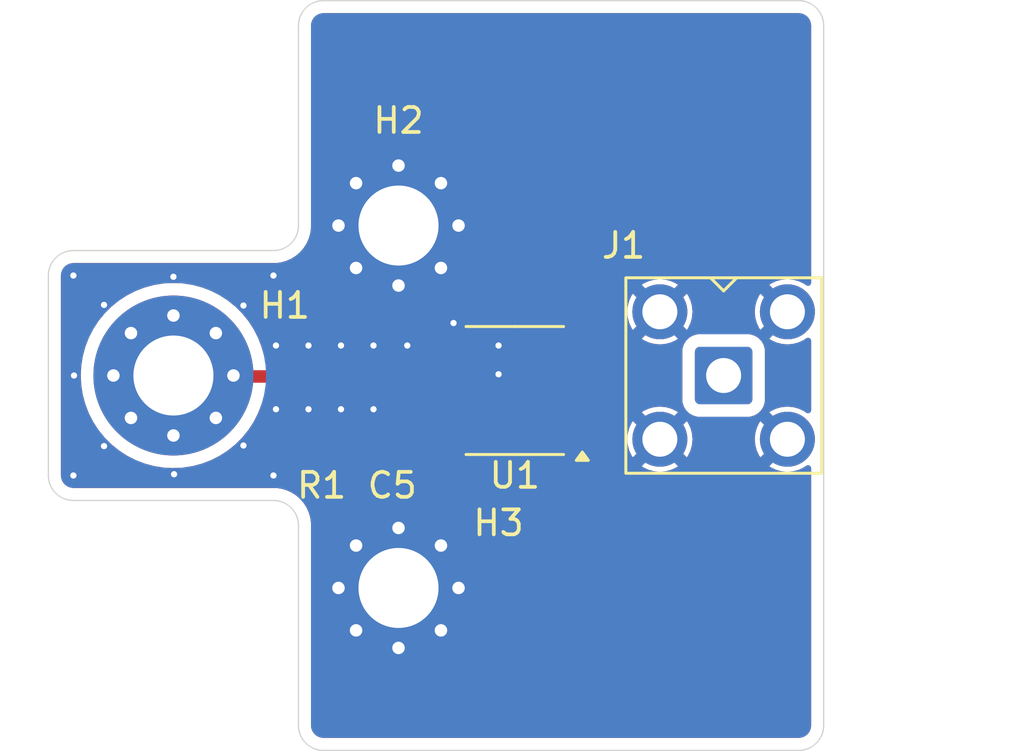
<source format=kicad_pcb>
(kicad_pcb (version 20240108) (generator "pcbnew") (generator_version "8.0")
  (layers (0 "F.Cu" signal) (31 "B.Cu" signal) (34 "B.Paste" user) (35 "F.Paste" user) (36 "B.SilkS" user "B.Silkscreen") (37 "F.SilkS" user "F.Silkscreen") (38 "B.Mask" user) (39 "F.Mask" user) (44 "Edge.Cuts" user))
  (net 0 "")
  (net 1 "Net-(C5-Pad2)")
  (net 2 "GND")
  (net 4 "Net-(U1C-V+)")
  (net 5 "Net-(U1C-V-)")
  (net 9 "/IN")
  (footprint "Connector_Coaxial:SMA_BAT_Wireless_BWSMA-KWE-Z001" (layer "F.Cu") (at 157 104 -90)
    (property "Reference" "J1" (at -5.2 4 0) (layer "F.SilkS"))
    (property "Value" "Conn_Coaxial")
    (fp_line (start -3.885 0.5) (end -3.385 0) (stroke (width 0.12)) (layer "F.SilkS"))
    (fp_line (start -3.385 0) (end -3.885 -0.5) (stroke (width 0.12)) (layer "F.SilkS"))
    (fp_rect (start -3.91 -3.91) (end 3.91 3.91) (stroke (width 0.12)) (fill none) (layer "F.SilkS"))
    (pad "1" thru_hole roundrect (at 0 0 270) (size 2.3 2.3) (drill 1.4) (layers "*.Cu" "*.Mask") (roundrect_rratio 0.087))
    (pad "2" thru_hole circle (at -2.55 -2.55 270) (size 2.2 2.2) (drill 1.4) (layers "*.Cu" "*.Mask") (net 2 "GND"))
    (pad "2" thru_hole circle (at -2.55 2.55 270) (size 2.2 2.2) (drill 1.4) (layers "*.Cu" "*.Mask") (net 2 "GND"))
    (pad "2" thru_hole circle (at 2.55 -2.55 270) (size 2.2 2.2) (drill 1.4) (layers "*.Cu" "*.Mask") (net 2 "GND"))
    (pad "2" thru_hole circle (at 2.55 2.55 270) (size 2.2 2.2) (drill 1.4) (layers "*.Cu" "*.Mask") (net 2 "GND"))
  )
  (footprint "Resistor_SMD:R_1206_3216Metric" (layer "F.Cu") (at 140.35 105.5 -90)
    (property "Reference" "R1" (at 2.9 -0.575 180) (layer "F.SilkS"))
    (property "Value" "1M")
    (pad "1" smd roundrect (at -1.4625 0 270) (size 1.125 1.75) (layers "F.Cu" "F.Paste" "F.Mask") (roundrect_rratio 0.222222) (net 9 "/IN") (clearance 0.2))
    (pad "2" smd roundrect (at 1.4625 0 270) (size 1.125 1.75) (layers "F.Cu" "F.Paste" "F.Mask") (roundrect_rratio 0.222222) (net 1 "Net-(C5-Pad2)") (clearance 0.2))
  )
  (footprint "MountingHole:MountingHole_3.2mm_M3_Pad_Via" (layer "F.Cu") (at 144 98)
    (property "Reference" "H2" (at 0 -4.2 0) (layer "F.SilkS"))
    (property "Value" "MountingHole_Pad")
    (pad "1" thru_hole circle (at -2.4 0) (size 0.8 0.8) (drill 0.5) (layers "*.Cu" "*.Mask") (net 2 "GND"))
    (pad "1" thru_hole circle (at -1.697056 -1.697056) (size 0.8 0.8) (drill 0.5) (layers "*.Cu" "*.Mask") (net 2 "GND"))
    (pad "1" thru_hole circle (at -1.697056 1.697056) (size 0.8 0.8) (drill 0.5) (layers "*.Cu" "*.Mask") (net 2 "GND"))
    (pad "1" thru_hole circle (at 0 -2.4) (size 0.8 0.8) (drill 0.5) (layers "*.Cu" "*.Mask") (net 2 "GND"))
    (pad "1" thru_hole circle (at 0 0) (size 6.4 6.4) (drill 3.2) (layers "*.Cu" "*.Mask") (net 2 "GND"))
    (pad "1" thru_hole circle (at 0 2.4) (size 0.8 0.8) (drill 0.5) (layers "*.Cu" "*.Mask") (net 2 "GND"))
    (pad "1" thru_hole circle (at 1.697056 -1.697056) (size 0.8 0.8) (drill 0.5) (layers "*.Cu" "*.Mask") (net 2 "GND"))
    (pad "1" thru_hole circle (at 1.697056 1.697056) (size 0.8 0.8) (drill 0.5) (layers "*.Cu" "*.Mask") (net 2 "GND"))
    (pad "1" thru_hole circle (at 2.4 0) (size 0.8 0.8) (drill 0.5) (layers "*.Cu" "*.Mask") (net 2 "GND"))
  )
  (footprint "MountingHole:MountingHole_3.2mm_M3_Pad_Via" (layer "F.Cu") (at 135 104)
    (property "Reference" "H1" (at 4.45 -2.8 0) (layer "F.SilkS"))
    (property "Value" "MountingHole_Pad")
    (pad "1" thru_hole circle (at -2.4 0) (size 0.8 0.8) (drill 0.5) (layers "*.Cu" "*.Mask") (net 9 "/IN"))
    (pad "1" thru_hole circle (at -1.697056 -1.697056) (size 0.8 0.8) (drill 0.5) (layers "*.Cu" "*.Mask") (net 9 "/IN"))
    (pad "1" thru_hole circle (at -1.697056 1.697056) (size 0.8 0.8) (drill 0.5) (layers "*.Cu" "*.Mask") (net 9 "/IN"))
    (pad "1" thru_hole circle (at 0 -2.4) (size 0.8 0.8) (drill 0.5) (layers "*.Cu" "*.Mask") (net 9 "/IN"))
    (pad "1" thru_hole circle (at 0 0) (size 6.4 6.4) (drill 3.2) (layers "*.Cu" "*.Mask") (net 9 "/IN"))
    (pad "1" thru_hole circle (at 0 2.4) (size 0.8 0.8) (drill 0.5) (layers "*.Cu" "*.Mask") (net 9 "/IN"))
    (pad "1" thru_hole circle (at 1.697056 -1.697056) (size 0.8 0.8) (drill 0.5) (layers "*.Cu" "*.Mask") (net 9 "/IN"))
    (pad "1" thru_hole circle (at 1.697056 1.697056) (size 0.8 0.8) (drill 0.5) (layers "*.Cu" "*.Mask") (net 9 "/IN"))
    (pad "1" thru_hole circle (at 2.4 0) (size 0.8 0.8) (drill 0.5) (layers "*.Cu" "*.Mask") (net 9 "/IN"))
  )
  (footprint "MountingHole:MountingHole_3.2mm_M3_Pad_Via" (layer "F.Cu") (at 144 112.5)
    (property "Reference" "H3" (at 4 -2.6 0) (layer "F.SilkS"))
    (property "Value" "MountingHole_Pad")
    (pad "1" thru_hole circle (at -2.4 0) (size 0.8 0.8) (drill 0.5) (layers "*.Cu" "*.Mask") (net 2 "GND"))
    (pad "1" thru_hole circle (at -1.697056 -1.697056) (size 0.8 0.8) (drill 0.5) (layers "*.Cu" "*.Mask") (net 2 "GND"))
    (pad "1" thru_hole circle (at -1.697056 1.697056) (size 0.8 0.8) (drill 0.5) (layers "*.Cu" "*.Mask") (net 2 "GND"))
    (pad "1" thru_hole circle (at 0 -2.4) (size 0.8 0.8) (drill 0.5) (layers "*.Cu" "*.Mask") (net 2 "GND"))
    (pad "1" thru_hole circle (at 0 0) (size 6.4 6.4) (drill 3.2) (layers "*.Cu" "*.Mask") (net 2 "GND"))
    (pad "1" thru_hole circle (at 0 2.4) (size 0.8 0.8) (drill 0.5) (layers "*.Cu" "*.Mask") (net 2 "GND"))
    (pad "1" thru_hole circle (at 1.697056 -1.697056) (size 0.8 0.8) (drill 0.5) (layers "*.Cu" "*.Mask") (net 2 "GND"))
    (pad "1" thru_hole circle (at 1.697056 1.697056) (size 0.8 0.8) (drill 0.5) (layers "*.Cu" "*.Mask") (net 2 "GND"))
    (pad "1" thru_hole circle (at 2.4 0) (size 0.8 0.8) (drill 0.5) (layers "*.Cu" "*.Mask") (net 2 "GND"))
  )
  (footprint "Package_SO:SOIC-8_3.9x4.9mm_P1.27mm" (layer "F.Cu") (at 148.65 104.6 180)
    (property "Reference" "U1" (at 0 -3.4 0) (layer "F.SilkS"))
    (property "Value" "AD8552ARZ")
    (fp_line (start 0 2.56) (end 1.95 2.56) (stroke (width 0.12)) (layer "F.SilkS"))
    (fp_line (start 0 2.56) (end -1.95 2.56) (stroke (width 0.12)) (layer "F.SilkS"))
    (fp_line (start 0 -2.56) (end 1.95 -2.56) (stroke (width 0.12)) (layer "F.SilkS"))
    (fp_line (start 0 -2.56) (end -1.95 -2.56) (stroke (width 0.12)) (layer "F.SilkS"))
    (fp_poly (pts (xy -2.7 -2.465) (xy -2.94 -2.795) (xy -2.46 -2.795) (xy -2.7 -2.465)) (stroke (width 0.12)) (fill solid) (layer "F.SilkS"))
    (pad "1" smd roundrect (at -2.475 -1.905 180) (size 1.95 0.6) (layers "F.Cu" "F.Paste" "F.Mask"))
    (pad "2" smd roundrect (at -2.475 -0.635 180) (size 1.95 0.6) (layers "F.Cu" "F.Paste" "F.Mask"))
    (pad "3" smd roundrect (at -2.475 0.635 180) (size 1.95 0.6) (layers "F.Cu" "F.Paste" "F.Mask"))
    (pad "4" smd roundrect (at -2.475 1.905 180) (size 1.95 0.6) (layers "F.Cu" "F.Paste" "F.Mask") (net 5 "Net-(U1C-V-)"))
    (pad "5" smd roundrect (at 2.475 1.905 180) (size 1.95 0.6) (layers "F.Cu" "F.Paste" "F.Mask") (net 2 "GND") (thermal_bridge_width 0.6) (thermal_gap 0.2))
    (pad "6" smd roundrect (at 2.475 0.635 180) (size 1.95 0.6) (layers "F.Cu" "F.Paste" "F.Mask") (net 9 "/IN"))
    (pad "7" smd roundrect (at 2.475 -0.635 180) (size 1.95 0.6) (layers "F.Cu" "F.Paste" "F.Mask") (net 1 "Net-(C5-Pad2)") (thermal_gap 0.1))
    (pad "8" smd roundrect (at 2.475 -1.905 180) (size 1.95 0.6) (layers "F.Cu" "F.Paste" "F.Mask") (net 4 "Net-(U1C-V+)"))
  )
  (footprint "Capacitor_SMD:C_1206_3216Metric" (layer "F.Cu") (at 143.05 105.5 -90)
    (property "Reference" "C5" (at 2.9 -0.7 180) (layer "F.SilkS"))
    (property "Value" "160p")
    (pad "1" smd roundrect (at -1.475 0 270) (size 1.15 1.8) (layers "F.Cu" "F.Paste" "F.Mask") (roundrect_rratio 0.217391) (net 9 "/IN") (clearance 0.2))
    (pad "2" smd roundrect (at 1.475 0 270) (size 1.15 1.8) (layers "F.Cu" "F.Paste" "F.Mask") (roundrect_rratio 0.217391) (net 1 "Net-(C5-Pad2)") (clearance 0.2))
  )
  (gr_arc (start 131 109) (mid 130.292893 108.707107) (end 130 108) (stroke (width 0.05)) (layer "Edge.Cuts"))
  (gr_arc (start 138.999999 109.000001) (mid 139.707106 109.292894) (end 139.999999 110.000001) (stroke (width 0.05)) (layer "Edge.Cuts"))
  (gr_line (start 141.000001 118.999999) (end 160 119) (stroke (width 0.05)) (layer "Edge.Cuts"))
  (gr_line (start 130 100) (end 130 108) (stroke (width 0.05)) (layer "Edge.Cuts"))
  (gr_arc (start 140.000001 90.000001) (mid 140.292894 89.292894) (end 141.000001 89.000001) (stroke (width 0.05)) (layer "Edge.Cuts"))
  (gr_line (start 139 109) (end 131 109) (stroke (width 0.05)) (layer "Edge.Cuts"))
  (gr_arc (start 160 89) (mid 160.707107 89.292893) (end 161 90) (stroke (width 0.05)) (layer "Edge.Cuts"))
  (gr_line (start 140 98) (end 140 90) (stroke (width 0.05)) (layer "Edge.Cuts"))
  (gr_arc (start 141.000001 118.999999) (mid 140.292894 118.707106) (end 140.000001 117.999999) (stroke (width 0.05)) (layer "Edge.Cuts"))
  (gr_line (start 139 99) (end 131 99) (stroke (width 0.05)) (layer "Edge.Cuts"))
  (gr_arc (start 161 118) (mid 160.707107 118.707107) (end 160 119) (stroke (width 0.05)) (layer "Edge.Cuts"))
  (gr_line (start 160 89) (end 141.000001 89.000001) (stroke (width 0.05)) (layer "Edge.Cuts"))
  (gr_line (start 139.999999 110.000001) (end 139.999999 118.000001) (stroke (width 0.05)) (layer "Edge.Cuts"))
  (gr_arc (start 140 98) (mid 139.707107 98.707107) (end 139 99) (stroke (width 0.05)) (layer "Edge.Cuts"))
  (gr_arc (start 130 100) (mid 130.292893 99.292893) (end 131 99) (stroke (width 0.05)) (layer "Edge.Cuts"))
  (gr_line (start 161 118) (end 161 90) (stroke (width 0.05)) (layer "Edge.Cuts"))
  (segment (start 146.175 105.235) (end 145.065 105.235) (width 0.3) (layer "F.Cu") (net 1))
  (segment (start 140.35 106.9625) (end 143.0375 106.9625) (width 0.5) (layer "F.Cu") (net 1))
  (segment (start 144.5 106.6) (end 144.125 106.975) (width 0.3) (layer "F.Cu") (net 1))
  (segment (start 144.125 106.975) (end 143.05 106.975) (width 0.3) (layer "F.Cu") (net 1))
  (segment (start 143.0375 106.9625) (end 143.05 106.975) (width 0.5) (layer "F.Cu") (net 1))
  (segment (start 145.065 105.235) (end 144.5 105.8) (width 0.3) (layer "F.Cu") (net 1))
  (segment (start 144.5 105.8) (end 144.5 106.6) (width 0.3) (layer "F.Cu") (net 1))
  (segment (start 144.25 105.25) (end 143.6 105.9) (width 0.3) (layer "F.Cu") (net 2))
  (segment (start 144.325 105.25) (end 144.25 105.25) (width 0.2) (layer "F.Cu") (net 2))
  (segment (start 144.975 104.6) (end 144.325 105.25) (width 0.2) (layer "F.Cu") (net 2))
  (segment (start 148 104.6) (end 144.975 104.6) (width 0.2) (layer "F.Cu") (net 2))
  (segment (start 144.25 105.25) (end 143.75 105.25) (width 0.3) (layer "F.Cu") (net 2))
  (via (at 137.8 106.8) (size 0.5) (drill 0.25) (layers "F.Cu" "B.Cu") (net 2))
  (via (at 131 100) (size 0.5) (drill 0.25) (layers "F.Cu" "B.Cu") (net 2))
  (via (at 146.2 101.9) (size 0.5) (drill 0.25) (layers "F.Cu" "B.Cu") (net 2))
  (via (at 139.1 102.8) (size 0.5) (drill 0.25) (layers "F.Cu" "B.Cu") (net 2))
  (via (at 143 105.35) (size 0.5) (drill 0.25) (layers "F.Cu" "B.Cu") (net 2))
  (via (at 139 100) (size 0.5) (drill 0.25) (layers "F.Cu" "B.Cu") (net 2))
  (via (at 135 100.05) (size 0.5) (drill 0.25) (layers "F.Cu" "B.Cu") (net 2))
  (via (at 143 102.8) (size 0.5) (drill 0.25) (layers "F.Cu" "B.Cu") (net 2))
  (via (at 131.025 104) (size 0.5) (drill 0.25) (layers "F.Cu" "B.Cu") (net 2))
  (via (at 148 102.8) (size 0.5) (drill 0.25) (layers "F.Cu" "B.Cu") (net 2))
  (via (at 139 108) (size 0.5) (drill 0.25) (layers "F.Cu" "B.Cu") (net 2))
  (via (at 144.35 102.8) (size 0.5) (drill 0.25) (layers "F.Cu" "B.Cu") (net 2))
  (via (at 132.225 106.825) (size 0.5) (drill 0.25) (layers "F.Cu" "B.Cu") (net 2))
  (via (at 141.7 105.35) (size 0.5) (drill 0.25) (layers "F.Cu" "B.Cu") (net 2))
  (via (at 131 108) (size 0.5) (drill 0.25) (layers "F.Cu" "B.Cu") (net 2))
  (via (at 139.1 105.35) (size 0.5) (drill 0.25) (layers "F.Cu" "B.Cu") (net 2))
  (via (at 140.4 102.8) (size 0.5) (drill 0.25) (layers "F.Cu" "B.Cu") (net 2))
  (via (at 141.7 102.8) (size 0.5) (drill 0.25) (layers "F.Cu" "B.Cu") (net 2))
  (via (at 132.225 101.175) (size 0.5) (drill 0.25) (layers "F.Cu" "B.Cu") (net 2))
  (via (at 140.4 105.35) (size 0.5) (drill 0.25) (layers "F.Cu" "B.Cu") (net 2))
  (via (at 135.025 107.95) (size 0.5) (drill 0.25) (layers "F.Cu" "B.Cu") (net 2))
  (via (at 148 103.95) (size 0.5) (drill 0.25) (layers "F.Cu" "B.Cu") (net 2))
  (via (at 137.8 101.2) (size 0.5) (drill 0.25) (layers "F.Cu" "B.Cu") (net 2))
  (segment (start 143.05 104.025) (end 140.3625 104.025) (width 0.5) (layer "F.Cu") (net 9))
  (segment (start 143.11 103.965) (end 143.05 104.025) (width 0.5) (layer "F.Cu") (net 9))
  (segment (start 140.3625 104.025) (end 140.35 104.0375) (width 0.5) (layer "F.Cu") (net 9))
  (segment (start 140.35 104.0375) (end 137.4375 104.0375) (width 0.5) (layer "F.Cu") (net 9))
  (segment (start 146.175 103.965) (end 143.11 103.965) (width 0.5) (layer "F.Cu") (net 9))
  (segment (start 137.4375 104.0375) (end 137.4 104) (width 0.5) (layer "F.Cu") (net 9))
  (zone (net 0) (net_name "") (layer "F.Cu") (connect_pads (clearance 0)) (min_thickness 0.25)
    (keepout (tracks allowed) (vias allowed) (pads allowed) (copperpour not_allowed) (footprints allowed))
    (fill (thermal_gap 0.2) (thermal_bridge_width 0.5) (smoothing chamfer) (radius 1))
    (polygon (pts (xy 147.7 103.05) (xy 147.7 104.75) (xy 144.95 104.75) (xy 144.6 105.1) (xy 137.8 105.1) (xy 137.7 103.05)))
  )
  (zone (net 2) (net_name "GND") (layers "F&B.Cu") (connect_pads (clearance 0.5)) (min_thickness 0.25) (fill yes (thermal_gap 0.2) (thermal_bridge_width 0.5) (smoothing chamfer) (radius 1))
    (polygon (pts (xy 140 109) (xy 130 109) (xy 130 99) (xy 140.05 99) (xy 140 89) (xy 161 89) (xy 161 119) (xy 140 119)))
  )
)
</source>
